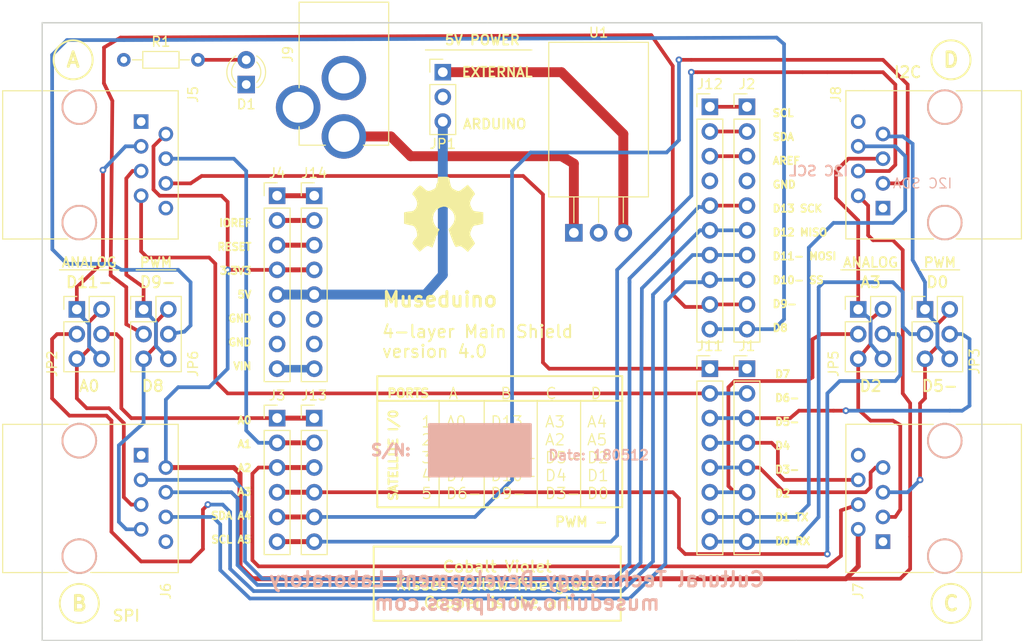
<source format=kicad_pcb>
(kicad_pcb (version 20211014) (generator pcbnew)
  (title_block (title "Museduioon v3.1 _I2C") (date "2018-01-02") (rev "Rev 1.0") (company "Cultural Technology Development Lab") (comment 1 "Design/.Layout - S. Cohen") (comment 2 "Move I2C data and clock to (C)"))
  (layers (0 "F.Cu" signal) (1 "In1.Cu" power) (2 "In2.Cu" power) (31 "B.Cu" signal) (34 "B.Paste" user) (35 "F.Paste" user) (36 "B.SilkS" user "B.Silkscreen") (37 "F.SilkS" user "F.Silkscreen") (38 "B.Mask" user) (39 "F.Mask" user) (44 "Edge.Cuts" user))
  (net 0 "")
  (net 1 "GND")
  (net 2 "Net-(D1-Pad2)")
  (net 3 "+5V-ARD")
  (net 4 "+3V3")
  (net 5 "Net-(J9-Pad1)")
  (net 6 "Net-(J9-Pad3)")
  (net 7 "+5V")
  (net 8 "+5V_REG")
  (net 9 "D7")
  (net 10 "D6")
  (net 11 "D5")
  (net 12 "D4")
  (net 13 "D3")
  (net 14 "D2")
  (net 15 "D1")
  (net 16 "D0")
  (net 17 "AREF")
  (net 18 "D13")
  (net 19 "D12")
  (net 20 "D11")
  (net 21 "D10")
  (net 22 "D9")
  (net 23 "D8")
  (net 24 "A0")
  (net 25 "A1")
  (net 26 "A2")
  (net 27 "A3")
  (net 28 "J4-1")
  (net 29 "IO-REF")
  (net 30 "RST")
  (net 31 "J5-5")
  (net 32 "J6-7")
  (net 33 "Vin")
  (net 34 "J8-5")
  (net 35 "J2-1")
  (net 36 "J2-2")
  (net 37 "A4_SDA")
  (net 38 "A5_SCL")
  (net 39 "J5-3")
  (net 40 "J6-5")
  (net 41 "J7-3")
  (net 42 "J7-5")
  (net 43 "J8-7")
  (footprint "Pin_Headers:Pin_Header_Straight_1x08_Pitch2.54mm" (layer "F.Cu") (at 97.79 60.96)
    (fp_text reference "J1")
    (fp_text value "CONN_01X08" hide)
  )
  (footprint "Pin_Headers:Pin_Header_Straight_1x10_Pitch2.54mm" (layer "F.Cu") (at 97.79 34.036)
    (fp_text reference "J2")
    (fp_text value "CONN_01X10" hide)
  )
  (footprint "Pin_Headers:Pin_Header_Straight_1x06_Pitch2.54mm" (layer "F.Cu") (at 49.53 66.04)
    (fp_text reference "J3")
    (fp_text value "CONN_01X06" hide)
  )
  (footprint "Pin_Headers:Pin_Header_Straight_1x08_Pitch2.54mm" (layer "F.Cu") (at 49.53 43.18)
    (fp_text reference "J4")
    (fp_text value "CONN_01X08" hide)
  )
  (footprint "Connect:RJ45_8" (layer "F.Cu") (at 35.56 35.56 -90)
    (fp_text reference "J5")
    (fp_text value "CONN_01X08")
  )
  (footprint "Connect:RJ45_8" (layer "F.Cu") (at 111.76 44.45 90)
    (fp_text reference "J8")
    (fp_text value "CONN_01X08")
  )
  (footprint "Connectors:RJ45_8" (layer "F.Cu") (at 111.76 78.74 90)
    (fp_text reference "J7")
    (fp_text value "CONN_01X08")
  )
  (footprint "Connect:RJ45_8" (layer "F.Cu") (at 35.56 69.85 -90)
    (fp_text reference "J6")
    (fp_text value "CONN_01X08")
  )
  (footprint "LEDs:LED_D3.0mm" (layer "F.Cu") (at 46.355 31.75 90)
    (fp_text reference "D1")
    (fp_text value "LED")
  )
  (footprint "KiCAD_Muse:BARREL_JACK_RND" (layer "F.Cu") (at 56.388 37.084 -90)
    (fp_text reference "J9")
    (fp_text value "BARREL_JACK")
  )
  (footprint "Resistors_THT:R_Axial_DIN0204_L3.6mm_D1.6mm_P7.62mm_Horizontal" (layer "F.Cu") (at 33.782 29.21)
    (fp_text reference "R1")
    (fp_text value "470")
  )
  (footprint "TO_SOT_Packages_THT:TO-220_Horizontal" (layer "F.Cu") (at 80.01 46.99)
    (fp_text reference "U1")
    (fp_text value "LM7805CT")
  )
  (footprint "Pin_Headers:Pin_Header_Straight_1x03_Pitch2.54mm" (layer "F.Cu") (at 66.548 30.48)
    (fp_text reference "JP1")
    (fp_text value "CONN_01X03")
  )
  (footprint "Pin_Headers:Pin_Header_Straight_2x03_Pitch2.54mm" (layer "F.Cu") (at 109.22 54.864)
    (fp_text reference "JP5")
    (fp_text value "CONN_02X03")
  )
  (footprint "Pin_Headers:Pin_Header_Straight_2x03_Pitch2.54mm" (layer "F.Cu") (at 35.814 54.864)
    (fp_text reference "JP6")
    (fp_text value "CONN_02X03")
  )
  (footprint "Pin_Headers:Pin_Header_Straight_1x08_Pitch2.54mm" (layer "F.Cu") (at 93.98 60.96)
    (fp_text reference "J11")
    (fp_text value "CONN_01X08" hide)
  )
  (footprint "Pin_Headers:Pin_Header_Straight_1x10_Pitch2.54mm" (layer "F.Cu") (at 93.98 34.036)
    (fp_text reference "J12")
    (fp_text value "CONN_01X10" hide)
  )
  (footprint "Pin_Headers:Pin_Header_Straight_1x06_Pitch2.54mm" (layer "F.Cu") (at 53.34 66.04)
    (fp_text reference "J13")
    (fp_text value "CONN_01X06" hide)
  )
  (footprint "Pin_Headers:Pin_Header_Straight_1x08_Pitch2.54mm" (layer "F.Cu") (at 53.34 43.18)
    (fp_text reference "J14")
    (fp_text value "CONN_01X08" hide)
  )
  (footprint "KiCAD_Muse:open_hdwe_rev" (layer "F.Cu") (at 66.548 44.958)
    (fp_text reference "G***" hide)
    (fp_text value "LOGO" hide)
  )
  (footprint "Pin_Headers:Pin_Header_Straight_2x03_Pitch2.54mm" (layer "F.Cu") (at 28.956 54.864)
    (fp_text reference "JP2")
    (fp_text value "CONN_02X03")
  )
  (footprint "Pin_Headers:Pin_Header_Straight_2x03_Pitch2.54mm" (layer "F.Cu") (at 116.078 54.864)
    (fp_text reference "JP3")
    (fp_text value "CONN_02X03")
  )
  (gr_circle (center 118.745 85.09) (end 116.84 85.725) (layer "F.SilkS") (width 0.2) (fill none))
  (gr_circle (center 28.575 29.21) (end 26.67 29.845) (layer "F.SilkS") (width 0.2) (fill none))
  (gr_circle (center 29.21 85.09) (end 27.305 85.725) (layer "F.SilkS") (width 0.2) (fill none))
  (gr_circle (center 118.745 29.21) (end 116.84 29.845) (layer "F.SilkS") (width 0.2) (fill none))
  (gr_line (start 59.902 64.262) (end 84.978 64.262) (layer "F.SilkS") (width 0.2))
  (gr_line (start 66.167 64.404) (end 66.167 75.184) (layer "F.SilkS") (width 0.127))
  (gr_line (start 70.802 64.404) (end 70.802 75.184) (layer "F.SilkS") (width 0.127))
  (gr_line (start 76.248 64.404) (end 76.248 75.184) (layer "F.SilkS") (width 0.127))
  (gr_line (start 80.702 64.404) (end 80.702 75.184) (layer "F.SilkS") (width 0.127))
  (gr_line (start 59.902 75.204) (end 84.978 75.204) (layer "F.SilkS") (width 0.2))
  (gr_line (start 59.902 61.722) (end 84.978 61.722) (layer "F.SilkS") (width 0.2))
  (gr_line (start 59.817 61.722) (end 59.817 75.184) (layer "F.SilkS") (width 0.2))
  (gr_line (start 84.978 61.722) (end 84.978 75.184) (layer "F.SilkS") (width 0.2))
  (gr_line (start 59.451 79.236) (end 59.451 86.856) (layer "F.SilkS") (width 0.2))
  (gr_line (start 59.436 86.868) (end 84.836 86.868) (layer "F.SilkS") (width 0.2))
  (gr_line (start 84.826 79.236) (end 84.826 86.856) (layer "F.SilkS") (width 0.2))
  (gr_line (start 35.052 50.8) (end 39.116 50.8) (layer "F.SilkS") (width 0.127))
  (gr_line (start 33.274 50.8) (end 27.178 50.8) (layer "F.SilkS") (width 0.127))
  (gr_line (start 113.538 50.8) (end 107.442 50.8) (layer "F.SilkS") (width 0.127))
  (gr_line (start 59.436 79.248) (end 84.836 79.248) (layer "F.SilkS") (width 0.2))
  (gr_line (start 115.57 50.8) (end 119.634 50.8) (layer "F.SilkS") (width 0.127))
  (gr_line (start 64.77 28.194) (end 75.692 28.194) (layer "F.SilkS") (width 0.127))
  (gr_line (start 25.4 25.4) (end 25.4 87.63) (layer "Edge.Cuts") (width 0.15))
  (gr_line (start 121.92 25.4) (end 121.92 88.9) (layer "Edge.Cuts") (width 0.15))
  (gr_line (start 25.4 88.9) (end 102.87 88.9) (layer "Edge.Cuts") (width 0.15))
  (gr_line (start 25.4 87.63) (end 25.4 88.9) (layer "Edge.Cuts") (width 0.15))
  (gr_line (start 71.12 25.4) (end 25.4 25.4) (layer "Edge.Cuts") (width 0.15))
  (gr_line (start 71.12 25.4) (end 121.92 25.4) (layer "Edge.Cuts") (width 0.15))
  (gr_line (start 121.92 88.9) (end 102.87 88.9) (layer "Edge.Cuts") (width 0.15))
  (gr_text "I2C SCL" (at 105.156 40.64) (layer "B.SilkS") (effects (font (size 1.016 1.016) (thickness 0.2032)) (justify mirror)))
  (gr_text "I2C SDA" (at 115.824 41.91) (layer "B.SilkS") (effects (font (size 1.016 1.016) (thickness 0.127)) (justify mirror)))
  (gr_text "Cultural Technology Development Laboratory\nmuseduino.wordpress.com" (at 74.168 83.82) (layer "B.SilkS") (effects (font (size 1.5 1.5) (thickness 0.3)) (justify mirror)))
  (gr_text "S/N:" (at 61.214 69.342) (layer "B.SilkS") (effects (font (size 1.143 1.143) (thickness 0.28575))))
  (gr_text "Date: 180512" (at 82.55 69.85) (layer "B.SilkS") (effects (font (size 1 1) (thickness 0.2))))
  (gr_text "C" (at 118.745 85.09) (layer "F.SilkS") (effects (font (size 1.5 1.5) (thickness 0.3))))
  (gr_text "A" (at 28.575 29.21) (layer "F.SilkS") (effects (font (size 1.5 1.5) (thickness 0.3))))
  (gr_text "1\n2\n3\n4\n5" (at 64.262 70.104) (layer "F.SilkS") (effects (font (size 1.143 1.143) (thickness 0.127)) (justify left)))
  (gr_text "B" (at 29.21 85.09) (layer "F.SilkS") (effects (font (size 1.5 1.5) (thickness 0.3))))
  (gr_text "PWM" (at 117.602 50.038) (layer "F.SilkS") (effects (font (size 1 1) (thickness 0.1905))))
  (gr_text "ANALOG" (at 110.49 50.038) (layer "F.SilkS") (effects (font (size 1 1) (thickness 0.1905))))
  (gr_text "A4\nA5\nD2\nD1\nD0" (at 81.28 70.104) (layer "F.SilkS") (effects (font (size 1.143 1.143) (thickness 0.127)) (justify left)))
  (gr_text "SPI" (at 34.036 86.36) (layer "F.SilkS") (effects (font (size 1.143 1.143) (thickness 0.2032))))
  (gr_text "Cobalt Violet\nKisses yellow fiberglass\nCopper is the art\n\n" (at 72.136 84.074) (layer "F.SilkS") (effects (font (size 1.143 1.143) (thickness 0.2032))))
  (gr_text "A3\nA2\nD5-\nD4\nD3-" (at 76.962 70.104) (layer "F.SilkS") (effects (font (size 1.143 1.143) (thickness 0.127)) (justify left)))
  (gr_text "D" (at 118.745 29.21) (layer "F.SilkS") (effects (font (size 1.5 1.5) (thickness 0.3))))
  (gr_text "D0" (at 117.348 52.07) (layer "F.SilkS") (effects (font (size 1.143 1.143) (thickness 0.2032))))
  (gr_text "D7\n\nD6-\n\nD5-\n\nD4\n\nD3-\n\nD2 \n\nD1 TX\n\nD0 RX" (at 100.584 70.104) (layer "F.SilkS") (effects (font (size 0.762 0.762) (thickness 0.1905)) (justify left)))
  (gr_text "A0" (at 30.226 62.738) (layer "F.SilkS") (effects (font (size 1.143 1.143) (thickness 0.2032))))
  (gr_text "ARDUINO" (at 71.882 35.814) (layer "F.SilkS") (effects (font (size 1 1) (thickness 0.2032))))
  (gr_text "A3" (at 110.49 52.07) (layer "F.SilkS") (effects (font (size 1.143 1.143) (thickness 0.2032))))
  (gr_text "A0\n\nA1\n\nA2\n\nA3\n\nSDA A4\n\nSCL A5" (at 46.99 72.39) (layer "F.SilkS") (effects (font (size 0.762 0.762) (thickness 0.1905)) (justify right)))
  (gr_text "D2" (at 110.49 62.738) (layer "F.SilkS") (effects (font (size 1.143 1.143) (thickness 0.2032))))
  (gr_text "A0 \nA1\nD8\nD7\nD6-" (at 66.802 70.104) (layer "F.SilkS") (effects (font (size 1.143 1.143) (thickness 0.127)) (justify left)))
  (gr_text "D5-" (at 117.602 62.738) (layer "F.SilkS") (effects (font (size 1.143 1.143) (thickness 0.2032))))
  (gr_text "PWM -" (at 80.772 76.708) (layer "F.SilkS") (effects (font (size 1.016 1.016) (thickness 0.2032))))
  (gr_text "PORTS" (at 62.992 63.484) (layer "F.SilkS") (effects (font (size 0.889 0.889) (thickness 0.22225))))
  (gr_text "IOREF\n\nRESET\n\n3.3V3\n\n5V\n\nGND\n\nGND\n\nVIN" (at 46.99 53.34) (layer "F.SilkS") (effects (font (size 0.762 0.762) (thickness 0.1905)) (justify right)))
  (gr_text "D11-" (at 30.226 52.07) (layer "F.SilkS") (effects (font (size 1.143 1.143) (thickness 0.2032))))
  (gr_text "SCL\n\nSDA\n\nAREF\n\nGND\n\nD13 SCK\n\nD12 MISO\n\nD11- MOSI\n\nD10- SS\n\nD9-\n\nD8" (at 100.33 45.72) (layer "F.SilkS") (effects (font (size 0.762 0.762) (thickness 0.1905)) (justify left)))
  (gr_text "A     B    C    D" (at 67.056 63.5) (layer "F.SilkS") (effects (font (size 1.143 1.143) (thickness 0.127)) (justify left)))
  (gr_text "EXTERNAL" (at 72.136 30.48) (layer "F.SilkS") (effects (font (size 1 1) (thickness 0.2032))))
  (gr_text "5V POWER" (at 70.612 27.178) (layer "F.SilkS") (effects (font (size 1 1) (thickness 0.2))))
  (gr_text " D9-\n" (at 36.83 52.07) (layer "F.SilkS") (effects (font (size 1.143 1.143) (thickness 0.2032))))
  (gr_text " D8\n" (at 36.322 62.738) (layer "F.SilkS") (effects (font (size 1.143 1.143) (thickness 0.2032))))
  (gr_text "PWM" (at 37.084 50.038) (layer "F.SilkS") (effects (font (size 1 1) (thickness 0.1905))))
  (gr_text "I2C" (at 114.3 30.48) (layer "F.SilkS") (effects (font (size 1.143 1.143) (thickness 0.2032))))
  (gr_text "Museduino" (at 60.198 53.848) (layer "F.SilkS") (effects (font (size 1.5 1.5) (thickness 0.3)) (justify left)))
  (gr_text "4-layer Main Shield\nversion 4.0\n" (at 60.198 58.166) (layer "F.SilkS") (effects (font (size 1.27 1.27) (thickness 0.2032)) (justify left)))
  (gr_text "D13 \nD12\nD11-\nD10-\nD9-" (at 71.374 70.104) (layer "F.SilkS") (effects (font (size 1.143 1.143) (thickness 0.127)) (justify left)))
  (gr_text "ANALOG" (at 30.226 50.038) (layer "F.SilkS") (effects (font (size 1 1) (thickness 0.1905))))
  (gr_text "SATELLITE I/0" (at 61.468 69.85 90) (layer "F.SilkS") (effects (font (size 0.889 0.889) (thickness 0.22225))))
  (segment (start 41.402 29.21) (end 46.355 29.21) (width 0.381) (layer "F.Cu") (net 2))
  (segment (start 64.77 53.34) (end 66.548 51.308) (width 1.016) (layer "B.Cu") (net 3))
  (segment (start 66.548 51.308) (end 66.548 35.814) (width 1.016) (layer "B.Cu") (net 3))
  (segment (start 53.34 53.34) (end 64.77 53.34) (width 1.016) (layer "B.Cu") (net 3))
  (segment (start 49.53 53.34) (end 53.34 53.34) (width 1.016) (layer "B.Cu") (net 3))
  (segment (start 114.554 64.516) (end 114.554 78.232) (width 0.381) (layer "F.Cu") (net 4))
  (segment (start 114.554 81.534) (end 113.538 82.55) (width 0.381) (layer "F.Cu") (net 4))
  (segment (start 107.95 82.55) (end 113.538 82.55) (width 0.381) (layer "F.Cu") (net 4))
  (segment (start 46.99 82.55) (end 45.72 81.28) (width 0.508) (layer "F.Cu") (net 4))
  (segment (start 45.72 81.28) (end 45.72 71.755) (width 0.508) (layer "F.Cu") (net 4))
  (segment (start 45.72 71.755) (end 45.085 71.12) (width 0.508) (layer "F.Cu") (net 4))
  (segment (start 45.085 71.12) (end 38.1 71.12) (width 0.508) (layer "F.Cu") (net 4))
  (segment (start 114.554 78.232) (end 114.554 81.534) (width 0.381) (layer "F.Cu") (net 4))
  (segment (start 113.792 63.5) (end 113.792 48.768) (width 0.381) (layer "F.Cu") (net 4))
  (segment (start 44.45 43.815) (end 43.815 43.18) (width 0.381) (layer "F.Cu") (net 4))
  (segment (start 43.815 43.18) (end 37.465 43.18) (width 0.381) (layer "F.Cu") (net 4))
  (segment (start 37.465 43.18) (end 36.83 42.545) (width 0.381) (layer "F.Cu") (net 4))
  (segment (start 36.83 42.545) (end 36.83 38.1) (width 0.381) (layer "F.Cu") (net 4))
  (segment (start 36.83 38.1) (end 38.1 36.83) (width 0.381) (layer "F.Cu") (net 4))
  (segment (start 109.22 81.28) (end 107.95 82.55) (width 0.508) (layer "F.Cu") (net 4))
  (segment (start 107.95 82.55) (end 46.99 82.55) (width 0.508) (layer "F.Cu") (net 4))
  (segment (start 112.776 47.752) (end 110.744 47.752) (width 0.381) (layer "F.Cu") (net 4))
  (segment (start 110.744 47.752) (end 110.236 47.244) (width 0.381) (layer "F.Cu") (net 4))
  (segment (start 110.236 47.244) (end 110.236 44.196) (width 0.381) (layer "F.Cu") (net 4))
  (segment (start 110.236 44.196) (end 109.22 43.18) (width 0.381) (layer "F.Cu") (net 4))
  (segment (start 49.53 50.8) (end 44.45 50.8) (width 0.381) (layer "F.Cu") (net 4))
  (segment (start 53.34 50.8) (end 49.53 50.8) (width 0.508) (layer "F.Cu") (net 4))
  (segment (start 44.45 50.8) (end 44.45 43.815) (width 0.381) (layer "F.Cu") (net 4))
  (segment (start 114.554 64.516) (end 113.792 63.5) (width 0.381) (layer "F.Cu") (net 4))
  (segment (start 109.22 77.47) (end 109.22 81.28) (width 0.508) (layer "F.Cu") (net 4))
  (segment (start 113.792 48.768) (end 112.776 47.752) (width 0.381) (layer "F.Cu") (net 4))
  (via (at 44.45 50.8) (size 0.6858) (drill 0.3302) (layers "F.Cu" "B.Cu") (net 4))
  (segment (start 44.45 50.8) (end 44.45 60.96) (width 0.381) (layer "B.Cu") (net 4))
  (segment (start 39.37 62.865) (end 38.1 64.135) (width 0.381) (layer "B.Cu") (net 4))
  (segment (start 38.1 64.135) (end 38.1 71.12) (width 0.381) (layer "B.Cu") (net 4))
  (segment (start 44.45 60.96) (end 42.545 62.865) (width 0.381) (layer "B.Cu") (net 4))
  (segment (start 42.545 62.865) (end 39.37 62.865) (width 0.381) (layer "B.Cu") (net 4))
  (segment (start 61.214 37.084) (end 63.246 39.116) (width 1.016) (layer "F.Cu") (net 5))
  (segment (start 63.246 39.116) (end 78.74 39.116) (width 1.016) (layer "F.Cu") (net 5))
  (segment (start 78.74 39.116) (end 80.01 39.878) (width 1.016) (layer "F.Cu") (net 5))
  (segment (start 80.01 39.878) (end 80.01 46.99) (width 1.016) (layer "F.Cu") (net 5))
  (segment (start 56.388 37.084) (end 61.214 37.084) (width 1.016) (layer "F.Cu") (net 5))
  (segment (start 78.74 30.48) (end 85.09 36.83) (width 1.016) (layer "F.Cu") (net 8))
  (segment (start 85.09 36.83) (end 85.09 46.99) (width 1.016) (layer "F.Cu") (net 8))
  (segment (start 66.548 30.48) (end 78.74 30.48) (width 1.016) (layer "F.Cu") (net 8))
  (segment (start 40.64 41.91) (end 41.783 41.148) (width 0.381) (layer "F.Cu") (net 9))
  (segment (start 41.783 41.148) (end 74.803 41.148) (width 0.381) (layer "F.Cu") (net 9))
  (segment (start 74.803 41.148) (end 76.835 43.053) (width 0.381) (layer "F.Cu") (net 9))
  (segment (start 76.835 43.053) (end 76.835 60.325) (width 0.381) (layer "F.Cu") (net 9))
  (segment (start 77.47 60.96) (end 93.98 60.96) (width 0.381) (layer "F.Cu") (net 9))
  (segment (start 76.835 60.325) (end 77.47 60.96) (width 0.381) (layer "F.Cu") (net 9))
  (segment (start 38.1 41.91) (end 40.64 41.91) (width 0.381) (layer "F.Cu") (net 9))
  (segment (start 93.98 60.96) (end 97.79 60.96) (width 0.381) (layer "F.Cu") (net 9))
  (segment (start 35.56 48.895) (end 36.195 49.53) (width 0.381) (layer "F.Cu") (net 10))
  (segment (start 36.195 49.53) (end 42.545 49.53) (width 0.381) (layer "F.Cu") (net 10))
  (segment (start 42.545 49.53) (end 43.18 50.165) (width 0.381) (layer "F.Cu") (net 10))
  (segment (start 43.18 50.165) (end 43.18 62.23) (width 0.381) (layer "F.Cu") (net 10))
  (segment (start 43.18 62.23) (end 44.45 63.5) (width 0.381) (layer "F.Cu") (net 10))
  (segment (start 44.45 63.5) (end 93.98 63.5) (width 0.381) (layer "F.Cu") (net 10))
  (segment (start 35.56 43.18) (end 35.56 48.895) (width 0.381) (layer "F.Cu") (net 10))
  (segment (start 93.98 63.5) (end 97.79 63.5) (width 0.381) (layer "B.Cu") (net 10))
  (segment (start 102.235 66.04) (end 103.124 65.278) (width 0.381) (layer "F.Cu") (net 11))
  (segment (start 103.124 65.278) (end 106.68 65.278) (width 0.381) (layer "F.Cu") (net 11))
  (segment (start 106.68 65.278) (end 107.95 65.278) (width 0.381) (layer "F.Cu") (net 11))
  (segment (start 97.79 66.04) (end 102.235 66.04) (width 0.381) (layer "F.Cu") (net 11))
  (via (at 107.95 65.278) (size 0.6858) (drill 0.3302) (layers "F.Cu" "B.Cu") (net 11))
  (segment (start 107.95 65.278) (end 118.618 65.278) (width 0.381) (layer "B.Cu") (net 11))
  (segment (start 118.618 65.278) (end 119.888 65.278) (width 0.381) (layer "B.Cu") (net 11))
  (segment (start 119.888 65.278) (end 120.65 64.77) (width 0.381) (layer "B.Cu") (net 11))
  (segment (start 120.65 64.77) (end 120.65 57.912) (width 0.381) (layer "B.Cu") (net 11))
  (segment (start 120.65 57.912) (end 119.888 57.404) (width 0.381) (layer "B.Cu") (net 11))
  (segment (start 119.888 57.404) (end 118.618 57.404) (width 0.381) (layer "B.Cu") (net 11))
  (segment (start 93.98 66.04) (end 97.79 66.04) (width 0.381) (layer "B.Cu") (net 11))
  (segment (start 100.33 68.58) (end 100.965 69.215) (width 0.381) (layer "F.Cu") (net 12))
  (segment (start 100.965 69.215) (end 100.965 71.755) (width 0.381) (layer "F.Cu") (net 12))
  (segment (start 100.965 71.755) (end 101.6 72.39) (width 0.381) (layer "F.Cu") (net 12))
  (segment (start 101.6 72.39) (end 109.22 72.39) (width 0.381) (layer "F.Cu") (net 12))
  (segment (start 97.79 68.58) (end 100.33 68.58) (width 0.381) (layer "F.Cu") (net 12))
  (segment (start 93.98 68.58) (end 97.79 68.58) (width 0.381) (layer "B.Cu") (net 12))
  (segment (start 99.06 71.12) (end 99.06 71.12) (width 0.381) (layer "F.Cu") (net 13))
  (segment (start 99.06 71.12) (end 101.6 73.66) (width 0.381) (layer "F.Cu") (net 13))
  (segment (start 101.6 73.66) (end 107.95 73.66) (width 0.381) (layer "F.Cu") (net 13))
  (segment (start 109.982 73.66) (end 110.49 73.152) (width 0.381) (layer "F.Cu") (net 13))
  (segment (start 110.49 73.152) (end 110.49 72.39) (width 0.381) (layer "F.Cu") (net 13))
  (segment (start 110.49 72.39) (end 110.49 71.628) (width 0.381) (layer "F.Cu") (net 13))
  (segment (start 110.49 71.628) (end 110.998 71.12) (width 0.381) (layer "F.Cu") (net 13))
  (segment (start 110.998 71.12) (end 111.76 71.12) (width 0.381) (layer "F.Cu") (net 13))
  (segment (start 107.95 73.66) (end 109.982 73.66) (width 0.381) (layer "F.Cu") (net 13))
  (segment (start 97.79 71.12) (end 99.06 71.12) (width 0.381) (layer "F.Cu") (net 13))
  (segment (start 93.98 71.12) (end 97.79 71.12) (width 0.381) (layer "B.Cu") (net 13))
  (segment (start 95.885 70.485) (end 95.885 62.865) (width 0.381) (layer "F.Cu") (net 14))
  (segment (start 95.885 62.865) (end 96.52 62.23) (width 0.381) (layer "F.Cu") (net 14))
  (segment (start 96.52 62.23) (end 103.886 62.23) (width 0.381) (layer "F.Cu") (net 14))
  (segment (start 103.886 62.23) (end 104.521 61.849) (width 0.381) (layer "F.Cu") (net 14))
  (segment (start 104.521 61.849) (end 104.521 57.9374) (width 0.381) (layer "F.Cu") (net 14))
  (segment (start 104.521 57.9374) (end 105.41 57.404) (width 0.381) (layer "F.Cu") (net 14))
  (segment (start 109.22 57.404) (end 105.41 57.404) (width 0.381) (layer "F.Cu") (net 14))
  (segment (start 96.52 73.66) (end 97.79 73.66) (width 0.1524) (layer "F.Cu") (net 14))
  (segment (start 95.885 73.025) (end 96.52 73.66) (width 0.381) (layer "F.Cu") (net 14))
  (segment (start 96.52 73.66) (end 97.79 73.66) (width 0.381) (layer "F.Cu") (net 14))
  (segment (start 95.885 70.485) (end 95.885 73.025) (width 0.381) (layer "F.Cu") (net 14))
  (segment (start 93.98 73.66) (end 97.79 73.66) (width 0.381) (layer "B.Cu") (net 14))
  (segment (start 97.79 76.2) (end 93.98 76.2) (width 0.381) (layer "B.Cu") (net 15))
  (segment (start 104.14 72.39) (end 104.14 48.514) (width 0.381) (layer "B.Cu") (net 15))
  (segment (start 106.68 45.974) (end 112.776 45.974) (width 0.381) (layer "B.Cu") (net 15))
  (segment (start 112.776 45.974) (end 114.046 44.704) (width 0.381) (layer "B.Cu") (net 15))
  (segment (start 114.046 44.704) (end 114.046 39.116) (width 0.381) (layer "B.Cu") (net 15))
  (segment (start 114.046 39.116) (end 113.03 38.1) (width 0.381) (layer "B.Cu") (net 15))
  (segment (start 113.03 38.1) (end 109.22 38.1) (width 0.381) (layer "B.Cu") (net 15))
  (segment (start 102.87 76.2) (end 104.14 74.93) (width 0.381) (layer "B.Cu") (net 15))
  (segment (start 104.14 74.93) (end 104.14 72.39) (width 0.381) (layer "B.Cu") (net 15))
  (segment (start 104.14 48.514) (end 106.68 45.974) (width 0.381) (layer "B.Cu") (net 15))
  (segment (start 97.79 76.2) (end 102.87 76.2) (width 0.381) (layer "B.Cu") (net 15))
  (segment (start 93.98 78.74) (end 97.79 78.74) (width 0.381) (layer "B.Cu") (net 16))
  (segment (start 105.156 72.39) (end 105.156 72.136) (width 0.381) (layer "B.Cu") (net 16))
  (segment (start 105.156 72.136) (end 105.156 52.832) (width 0.381) (layer "B.Cu") (net 16))
  (segment (start 105.156 76.207017) (end 105.092851 76.270166) (width 0.381) (layer "B.Cu") (net 16))
  (segment (start 105.156 52.578) (end 105.664 52.07) (width 0.381) (layer "B.Cu") (net 16))
  (segment (start 105.664 52.07) (end 112.776 52.07) (width 0.381) (layer "B.Cu") (net 16))
  (segment (start 113.792 56.642) (end 114.554 57.404) (width 0.381) (layer "B.Cu") (net 16))
  (segment (start 116.078 57.404) (end 114.554 57.404) (width 0.381) (layer "B.Cu") (net 16))
  (segment (start 112.776 52.07) (end 112.903 52.197) (width 0.381) (layer "B.Cu") (net 16))
  (segment (start 105.156 72.39) (end 105.156 76.207017) (width 0.381) (layer "B.Cu") (net 16))
  (segment (start 113.792 53.086) (end 112.776 52.07) (width 0.381) (layer "B.Cu") (net 16))
  (segment (start 116.078 57.404) (end 115.316 57.404) (width 0.381) (layer "B.Cu") (net 16))
  (segment (start 97.79 78.74) (end 102.87 78.74) (width 0.381) (layer "B.Cu") (net 16))
  (segment (start 105.156 52.832) (end 105.156 52.578) (width 0.381) (layer "B.Cu") (net 16))
  (segment (start 113.792 53.086) (end 113.792 56.642) (width 0.381) (layer "B.Cu") (net 16))
  (segment (start 102.87 78.74) (end 105.092851 76.270166) (width 0.381) (layer "B.Cu") (net 16))
  (segment (start 93.98 39.116) (end 97.79 39.116) (width 0.381) (layer "F.Cu") (net 17))
  (segment (start 97.79 44.196) (end 93.98 44.196) (width 0.381) (layer "F.Cu") (net 18))
  (segment (start 97.79 44.196) (end 98.044 44.45) (width 0.381) (layer "F.Cu") (net 18))
  (segment (start 45.085 72.39) (end 46.228 73.66) (width 0.381) (layer "B.Cu") (net 18))
  (segment (start 46.228 73.66) (end 46.228 80.772) (width 0.381) (layer "B.Cu") (net 18))
  (segment (start 46.228 80.772) (end 48.006 82.55) (width 0.381) (layer "B.Cu") (net 18))
  (segment (start 48.006 82.55) (end 84.074 82.55) (width 0.381) (layer "B.Cu") (net 18))
  (segment (start 84.074 82.55) (end 85.725 81.026) (width 0.381) (layer "B.Cu") (net 18))
  (segment (start 85.725 81.026) (end 85.725 52.07) (width 0.381) (layer "B.Cu") (net 18))
  (segment (start 93.726 44.45) (end 93.98 44.196) (width 0.381) (layer "B.Cu") (net 18))
  (segment (start 88.265 49.149) (end 92.837 44.323) (width 0.381) (layer "B.Cu") (net 18))
  (segment (start 92.837 44.323) (end 93.726 44.45) (width 0.381) (layer "B.Cu") (net 18))
  (segment (start 85.725 51.689) (end 88.265 49.149) (width 0.381) (layer "B.Cu") (net 18))
  (segment (start 35.56 72.39) (end 45.085 72.39) (width 0.381) (layer "B.Cu") (net 18))
  (segment (start 85.725 52.07) (end 85.725 51.689) (width 0.381) (layer "B.Cu") (net 18))
  (segment (start 97.79 46.736) (end 93.98 46.736) (width 0.381) (layer "B.Cu") (net 19))
  (segment (start 43.815 73.66) (end 44.45 73.66) (width 0.381) (layer "B.Cu") (net 19))
  (segment (start 44.45 73.66) (end 44.831 73.66) (width 0.381) (layer "B.Cu") (net 19))
  (segment (start 44.831 73.66) (end 45.466 74.295) (width 0.381) (layer "B.Cu") (net 19))
  (segment (start 45.466 74.295) (end 45.466 81.153) (width 0.381) (layer "B.Cu") (net 19))
  (segment (start 45.466 81.153) (end 47.498 83.185) (width 0.381) (layer "B.Cu") (net 19))
  (segment (start 47.498 83.185) (end 84.455 83.185) (width 0.381) (layer "B.Cu") (net 19))
  (segment (start 84.455 83.185) (end 86.868 80.899) (width 0.381) (layer "B.Cu") (net 19))
  (segment (start 86.868 80.899) (end 86.995 52.705) (width 0.381) (layer "B.Cu") (net 19))
  (segment (start 86.995 52.705) (end 89.535 50.165) (width 0.381) (layer "B.Cu") (net 19))
  (segment (start 92.964 46.736) (end 93.98 46.736) (width 0.381) (layer "B.Cu") (net 19))
  (segment (start 89.535 50.165) (end 92.964 46.736) (width 0.381) (layer "B.Cu") (net 19))
  (segment (start 38.1 73.66) (end 43.815 73.66) (width 0.381) (layer "B.Cu") (net 19))
  (segment (start 26.924 57.404) (end 26.416 57.912) (width 0.381) (layer "F.Cu") (net 20))
  (segment (start 26.416 57.912) (end 26.416 64.008) (width 0.381) (layer "F.Cu") (net 20))
  (segment (start 26.416 64.008) (end 28.194 65.786) (width 0.381) (layer "F.Cu") (net 20))
  (segment (start 28.194 65.786) (end 32.004 65.786) (width 0.381) (layer "F.Cu") (net 20))
  (segment (start 32.004 65.786) (end 32.512 66.294) (width 0.381) (layer "F.Cu") (net 20))
  (segment (start 32.512 77.724) (end 35.56 80.772) (width 0.381) (layer "F.Cu") (net 20))
  (segment (start 35.56 80.772) (end 40.64 80.772) (width 0.381) (layer "F.Cu") (net 20))
  (segment (start 40.64 80.772) (end 41.91 79.502) (width 0.381) (layer "F.Cu") (net 20))
  (segment (start 41.91 79.502) (end 41.91 75.438) (width 0.381) (layer "F.Cu") (net 20))
  (segment (start 32.512 66.294) (end 32.512 77.724) (width 0.381) (layer "F.Cu") (net 20))
  (segment (start 28.956 57.404) (end 26.924 57.404) (width 0.381) (layer "F.Cu") (net 20))
  (segment (start 41.91 75.438) (end 42.418 74.93) (width 0.381) (layer "F.Cu") (net 20))
  (via (at 42.418 74.93) (size 0.6858) (drill 0.3302) (layers "F.Cu" "B.Cu") (net 20))
  (segment (start 97.79 49.276) (end 94.615 49.276) (width 0.381) (layer "B.Cu") (net 20))
  (segment (start 43.942 74.93) (end 44.704 75.692) (width 0.381) (layer "B.Cu") (net 20))
  (segment (start 44.704 75.692) (end 44.704 81.534) (width 0.381) (layer "B.Cu") (net 20))
  (segment (start 44.704 81.534) (end 47.117 83.82) (width 0.381) (layer "B.Cu") (net 20))
  (segment (start 47.117 83.82) (end 84.963 83.82) (width 0.381) (layer "B.Cu") (net 20))
  (segment (start 84.963 83.82) (end 88.138 80.772) (width 0.381) (layer "B.Cu") (net 20))
  (segment (start 88.138 80.772) (end 88.138 53.594) (width 0.381) (layer "B.Cu") (net 20))
  (segment (start 88.138 53.34) (end 92.202 49.276) (width 0.381) (layer "B.Cu") (net 20))
  (segment (start 92.202 49.276) (end 93.98 49.276) (width 0.381) (layer "B.Cu") (net 20))
  (segment (start 42.418 74.93) (end 43.942 74.93) (width 0.381) (layer "B.Cu") (net 20))
  (segment (start 88.138 53.594) (end 88.138 53.34) (width 0.381) (layer "B.Cu") (net 20))
  (segment (start 42.926 76.2) (end 43.688 76.962) (width 0.381) (layer "B.Cu") (net 21))
  (segment (start 43.688 76.962) (end 43.688 81.661) (width 0.381) (layer "B.Cu") (net 21))
  (segment (start 43.688 81.661) (end 46.736 84.582) (width 0.381) (layer "B.Cu") (net 21))
  (segment (start 46.736 84.582) (end 85.725 84.582) (width 0.381) (layer "B.Cu") (net 21))
  (segment (start 85.725 84.582) (end 89.408 81.026) (width 0.381) (layer "B.Cu") (net 21))
  (segment (start 89.408 81.026) (end 89.408 54.102) (width 0.381) (layer "B.Cu") (net 21))
  (segment (start 89.408 54.102) (end 91.44 52.07) (width 0.381) (layer "B.Cu") (net 21))
  (segment (start 91.44 52.07) (end 93.726 52.07) (width 0.381) (layer "B.Cu") (net 21))
  (segment (start 93.726 52.07) (end 93.98 51.816) (width 0.381) (layer "B.Cu") (net 21))
  (segment (start 93.98 51.816) (end 97.79 51.816) (width 0.381) (layer "B.Cu") (net 21))
  (segment (start 38.1 76.2) (end 42.926 76.2) (width 0.381) (layer "B.Cu") (net 21))
  (segment (start 33.44661 26.922034) (end 87.961869 26.670811) (width 0.381) (layer "F.Cu") (net 22))
  (segment (start 87.961869 26.670811) (end 90.17 29.845) (width 0.381) (layer "F.Cu") (net 22))
  (segment (start 90.17 29.845) (end 90.17 53.34) (width 0.381) (layer "F.Cu") (net 22))
  (segment (start 90.17 53.34) (end 91.44 54.61) (width 0.381) (layer "F.Cu") (net 22))
  (segment (start 93.726 54.61) (end 91.44 54.61) (width 0.381) (layer "F.Cu") (net 22))
  (segment (start 93.726 54.61) (end 93.98 54.356) (width 0.381) (layer "F.Cu") (net 22))
  (segment (start 93.98 54.356) (end 97.79 54.356) (width 0.381) (layer "F.Cu") (net 22))
  (segment (start 31.74 31.62) (end 31.75 27.94) (width 0.381) (layer "F.Cu") (net 22))
  (segment (start 31.75 27.94) (end 33.44661 26.922034) (width 0.381) (layer "F.Cu") (net 22))
  (segment (start 32.526 51.413372) (end 32.43 51.35) (width 0.381) (layer "F.Cu") (net 22))
  (segment (start 34.036 52.578) (end 34.036 56.388) (width 0.381) (layer "F.Cu") (net 22))
  (segment (start 34.036 56.388) (end 34.036 56.388) (width 0.381) (layer "F.Cu") (net 22))
  (segment (start 34.036 56.388) (end 35.814 57.404) (width 0.381) (layer "F.Cu") (net 22))
  (segment (start 32.43 51.35) (end 34.036 52.578) (width 0.381) (layer "F.Cu") (net 22))
  (segment (start 32.43 51.35) (end 32.604 33.424) (width 0.381) (layer "F.Cu") (net 22))
  (segment (start 32.604 33.424) (end 31.74 31.62) (width 0.381) (layer "F.Cu") (net 22))
  (segment (start 40.005 57.15) (end 40.64 56.515) (width 0.381) (layer "B.Cu") (net 23))
  (segment (start 40.64 56.515) (end 40.64 52.07) (width 0.381) (layer "B.Cu") (net 23))
  (segment (start 40.64 52.07) (end 39.37 50.8) (width 0.381) (layer "B.Cu") (net 23))
  (segment (start 39.37 50.8) (end 33.528 50.8) (width 0.381) (layer "B.Cu") (net 23))
  (segment (start 33.528 50.8) (end 32.67 50.28) (width 0.381) (layer "B.Cu") (net 23))
  (segment (start 100.838 26.924) (end 101.6 27.587956) (width 0.381) (layer "B.Cu") (net 23))
  (segment (start 93.599 56.515) (end 93.98 56.896) (width 0.381) (layer "B.Cu") (net 23))
  (segment (start 93.98 56.896) (end 97.79 56.896) (width 0.381) (layer "B.Cu") (net 23))
  (segment (start 93.599 56.515) (end 93.98 56.896) (width 0.381) (layer "B.Cu") (net 23))
  (segment (start 101.6 27.587956) (end 101.6 55.88) (width 0.381) (layer "B.Cu") (net 23))
  (segment (start 101.6 55.88) (end 100.584 56.896) (width 0.381) (layer "B.Cu") (net 23))
  (segment (start 100.584 56.896) (end 97.79 56.896) (width 0.381) (layer "B.Cu") (net 23))
  (segment (start 100.838 26.924) (end 33.782 27.178) (width 0.381) (layer "B.Cu") (net 23))
  (segment (start 33.782 27.178) (end 27.94 27.178) (width 0.381) (layer "B.Cu") (net 23))
  (segment (start 27.94 27.178) (end 26.41716 28.70142) (width 0.381) (layer "B.Cu") (net 23))
  (segment (start 26.41716 28.70142) (end 26.44 48.69) (width 0.381) (layer "B.Cu") (net 23))
  (segment (start 26.44 48.69) (end 27.93 50.18) (width 0.381) (layer "B.Cu") (net 23))
  (segment (start 27.93 50.18) (end 32.67 50.18) (width 0.381) (layer "B.Cu") (net 23))
  (segment (start 32.67 50.28) (end 32.67 50.18) (width 0.381) (layer "B.Cu") (net 23))
  (segment (start 38.354 57.404) (end 40.005 57.15) (width 0.381) (layer "B.Cu") (net 23))
  (segment (start 33.02 57.404) (end 33.528 57.912) (width 0.381) (layer "F.Cu") (net 24))
  (segment (start 33.528 57.912) (end 33.528 65.024) (width 0.381) (layer "F.Cu") (net 24))
  (segment (start 33.528 65.024) (end 34.544 66.04) (width 0.381) (layer "F.Cu") (net 24))
  (segment (start 34.544 66.04) (end 49.53 66.04) (width 0.381) (layer "F.Cu") (net 24))
  (segment (start 49.53 66.04) (end 49.53 66.04) (width 0.381) (layer "F.Cu") (net 24))
  (segment (start 53.34 66.04) (end 49.53 66.04) (width 0.508) (layer "F.Cu") (net 24))
  (segment (start 31.496 57.404) (end 33.02 57.404) (width 0.381) (layer "F.Cu") (net 24))
  (segment (start 53.34 68.58) (end 49.53 68.58) (width 0.508) (layer "F.Cu") (net 25))
  (segment (start 45.085 39.37) (end 46.355 40.64) (width 0.381) (layer "B.Cu") (net 25))
  (segment (start 46.355 40.64) (end 46.355 67.31) (width 0.381) (layer "B.Cu") (net 25))
  (segment (start 46.355 67.31) (end 47.625 68.58) (width 0.381) (layer "B.Cu") (net 25))
  (segment (start 47.625 68.58) (end 49.53 68.58) (width 0.381) (layer "B.Cu") (net 25))
  (segment (start 38.1 39.37) (end 45.085 39.37) (width 0.381) (layer "B.Cu") (net 25))
  (segment (start 47.625 71.12) (end 46.99 71.755) (width 0.381) (layer "F.Cu") (net 26))
  (segment (start 46.99 71.755) (end 46.99 80.645) (width 0.381) (layer "F.Cu") (net 26))
  (segment (start 46.99 80.645) (end 47.625 81.28) (width 0.381) (layer "F.Cu") (net 26))
  (segment (start 47.625 81.28) (end 106.045 81.28) (width 0.381) (layer "F.Cu") (net 26))
  (segment (start 106.045 81.28) (end 106.045 81.28) (width 0.381) (layer "F.Cu") (net 26))
  (segment (start 109.22 74.93) (end 107.442 75.522667) (width 0.381) (layer "F.Cu") (net 26))
  (segment (start 107.442 75.522667) (end 107.442 80.205385) (width 0.381) (layer "F.Cu") (net 26))
  (segment (start 107.442 80.205385) (end 106.045 81.28) (width 0.381) (layer "F.Cu") (net 26))
  (segment (start 106.045 81.28) (end 106.045 81.28) (width 0.381) (layer "F.Cu") (net 26))
  (segment (start 106.045 81.28) (end 106.045 81.28) (width 0.381) (layer "F.Cu") (net 26))
  (segment (start 49.53 71.12) (end 47.625 71.12) (width 0.381) (layer "F.Cu") (net 26))
  (segment (start 53.34 71.12) (end 49.53 71.12) (width 0.508) (layer "F.Cu") (net 26))
  (segment (start 90.17 73.66) (end 90.805 74.295) (width 0.381) (layer "F.Cu") (net 27))
  (segment (start 90.805 74.295) (end 90.805 79.375) (width 0.381) (layer "F.Cu") (net 27))
  (segment (start 90.805 79.375) (end 91.44 80.01) (width 0.381) (layer "F.Cu") (net 27))
  (segment (start 91.44 80.01) (end 106.045 80.01) (width 0.381) (layer "F.Cu") (net 27))
  (segment (start 53.34 73.66) (end 49.53 73.66) (width 0.508) (layer "F.Cu") (net 27))
  (segment (start 53.34 73.66) (end 90.17 73.66) (width 0.381) (layer "F.Cu") (net 27))
  (via (at 106.045 80.01) (size 0.6858) (drill 0.3302) (layers "F.Cu" "B.Cu") (net 27))
  (segment (start 106.045 80.01) (end 106.045 79.375) (width 0.381) (layer "B.Cu") (net 27))
  (segment (start 106.045 79.375) (end 106.045 76.2) (width 0.381) (layer "B.Cu") (net 27))
  (segment (start 106.045 63.5) (end 107.315 62.23) (width 0.381) (layer "B.Cu") (net 27))
  (segment (start 107.315 62.23) (end 113.03 62.23) (width 0.381) (layer "B.Cu") (net 27))
  (segment (start 113.03 62.23) (end 113.538 61.595) (width 0.381) (layer "B.Cu") (net 27))
  (segment (start 113.538 61.595) (end 113.538 57.785) (width 0.381) (layer "B.Cu") (net 27))
  (segment (start 113.538 57.785) (end 113.284 57.404) (width 0.381) (layer "B.Cu") (net 27))
  (segment (start 113.284 57.404) (end 111.76 57.404) (width 0.381) (layer "B.Cu") (net 27))
  (segment (start 106.045 76.2) (end 106.045 63.5) (width 0.381) (layer "B.Cu") (net 27))
  (segment (start 53.34 43.18) (end 49.53 43.18) (width 0.508) (layer "F.Cu") (net 28))
  (segment (start 53.34 45.72) (end 49.53 45.72) (width 0.508) (layer "F.Cu") (net 29))
  (segment (start 53.34 48.26) (end 49.53 48.26) (width 0.508) (layer "F.Cu") (net 30))
  (segment (start 34.671 40.64) (end 34.036 41.402) (width 0.381) (layer "F.Cu") (net 31))
  (segment (start 34.036 41.402) (end 34.036 51.308) (width 0.381) (layer "F.Cu") (net 31))
  (segment (start 34.036 51.308) (end 35.814 52.578) (width 0.381) (layer "F.Cu") (net 31))
  (segment (start 35.814 52.578) (end 35.814 54.864) (width 0.381) (layer "F.Cu") (net 31))
  (segment (start 35.56 40.64) (end 34.671 40.64) (width 0.381) (layer "F.Cu") (net 31))
  (segment (start 37.084 56.1975) (end 37.084 58.631667) (width 0.381) (layer "B.Cu") (net 31))
  (segment (start 37.084 58.631667) (end 38.354 59.944) (width 0.381) (layer "B.Cu") (net 31))
  (segment (start 35.814 54.864) (end 37.084 56.1975) (width 0.381) (layer "B.Cu") (net 31))
  (segment (start 37.084 56.176333) (end 37.084 58.6105) (width 0.381) (layer "F.Cu") (net 32))
  (segment (start 37.084 58.6105) (end 35.814 59.944) (width 0.381) (layer "F.Cu") (net 32))
  (segment (start 38.354 54.864) (end 37.084 56.176333) (width 0.381) (layer "F.Cu") (net 32))
  (segment (start 35.814 66.548) (end 33.274 68.834) (width 0.381) (layer "B.Cu") (net 32))
  (segment (start 33.274 68.834) (end 33.274 76.708) (width 0.381) (layer "B.Cu") (net 32))
  (segment (start 33.274 76.708) (end 34.036 77.47) (width 0.381) (layer "B.Cu") (net 32))
  (segment (start 34.036 77.47) (end 35.56 77.47) (width 0.381) (layer "B.Cu") (net 32))
  (segment (start 35.814 59.944) (end 35.814 66.548) (width 0.381) (layer "B.Cu") (net 32))
  (segment (start 53.34 60.96) (end 49.53 60.96) (width 0.762) (layer "B.Cu") (net 33))
  (segment (start 109.22 45.72) (end 106.934 43.434) (width 0.381) (layer "F.Cu") (net 34))
  (segment (start 106.934 43.434) (end 106.934 40.64) (width 0.381) (layer "F.Cu") (net 34))
  (segment (start 106.934 40.64) (end 108.204 39.37) (width 0.381) (layer "F.Cu") (net 34))
  (segment (start 108.204 39.37) (end 111.76 39.37) (width 0.381) (layer "F.Cu") (net 34))
  (segment (start 109.22 54.864) (end 109.22 45.72) (width 0.381) (layer "F.Cu") (net 34))
  (segment (start 111.125 59.944) (end 111.76 59.944) (width 0.381) (layer "B.Cu") (net 34))
  (segment (start 110.49 55.88) (end 110.49 58.42) (width 0.381) (layer "B.Cu") (net 34))
  (segment (start 110.49 58.42) (end 111.76 59.944) (width 0.381) (layer "B.Cu") (net 34))
  (segment (start 109.22 54.864) (end 110.49 55.88) (width 0.381) (layer "B.Cu") (net 34))
  (segment (start 93.98 34.036) (end 97.79 34.036) (width 0.381) (layer "F.Cu") (net 35))
  (segment (start 93.98 36.576) (end 97.79 36.576) (width 0.381) (layer "F.Cu") (net 36))
  (segment (start 90.805 29.21) (end 92.075 29.21) (width 0.381) (layer "F.Cu") (net 37))
  (segment (start 92.075 29.21) (end 111.76 29.21) (width 0.381) (layer "F.Cu") (net 37))
  (segment (start 111.76 29.21) (end 114.3 31.75) (width 0.381) (layer "F.Cu") (net 37))
  (segment (start 114.3 31.75) (end 114.3 41.275) (width 0.381) (layer "F.Cu") (net 37))
  (segment (start 114.3 41.275) (end 113.665 41.91) (width 0.381) (layer "F.Cu") (net 37))
  (segment (start 113.665 41.91) (end 111.76 41.91) (width 0.381) (layer "F.Cu") (net 37))
  (segment (start 53.34 76.2) (end 49.53 76.2) (width 0.508) (layer "F.Cu") (net 37))
  (via (at 90.805 29.21) (size 0.6858) (drill 0.3302) (layers "F.Cu" "B.Cu") (net 37))
  (segment (start 69.85 76.2) (end 73.66 72.39) (width 0.381) (layer "B.Cu") (net 37))
  (segment (start 73.66 72.39) (end 73.66 40.64) (width 0.381) (layer "B.Cu") (net 37))
  (segment (start 73.66 40.64) (end 75.565 38.735) (width 0.381) (layer "B.Cu") (net 37))
  (segment (start 75.565 38.735) (end 89.535 38.735) (width 0.381) (layer "B.Cu") (net 37))
  (segment (start 89.535 38.735) (end 90.805 37.465) (width 0.381) (layer "B.Cu") (net 37))
  (segment (start 90.805 37.465) (end 90.805 29.21) (width 0.381) (layer "B.Cu") (net 37))
  (segment (start 53.34 76.2) (end 69.85 76.2) (width 0.381) (layer "B.Cu") (net 37))
  (segment (start 92.075 30.48) (end 92.71 30.48) (width 0.381) (layer "F.Cu") (net 38))
  (segment (start 92.71 30.48) (end 103.505 30.48) (width 0.381) (layer "F.Cu") (net 38))
  (segment (start 103.505 30.48) (end 106.045 30.48) (width 0.381) (layer "F.Cu") (net 38))
  (segment (start 106.045 30.48) (end 108.585 30.48) (width 0.381) (layer "F.Cu") (net 38))
  (segment (start 113.03 40.005) (end 112.395 40.64) (width 0.381) (layer "F.Cu") (net 38))
  (segment (start 112.395 40.64) (end 109.22 40.64) (width 0.381) (layer "F.Cu") (net 38))
  (segment (start 113.03 31.75) (end 113.03 40.005) (width 0.381) (layer "F.Cu") (net 38))
  (segment (start 53.34 78.74) (end 49.53 78.74) (width 0.508) (layer "F.Cu") (net 38))
  (segment (start 111.76 30.48) (end 113.03 31.75) (width 0.381) (layer "F.Cu") (net 38))
  (segment (start 108.585 30.48) (end 111.76 30.48) (width 0.381) (layer "F.Cu") (net 38))
  (via (at 92.075 30.48) (size 0.6858) (drill 0.3302) (layers "F.Cu" "B.Cu") (net 38))
  (segment (start 83.82 78.74) (end 84.455 78.105) (width 0.381) (layer "B.Cu") (net 38))
  (segment (start 84.455 78.105) (end 84.455 50.8) (width 0.381) (layer "B.Cu") (net 38))
  (segment (start 84.455 50.8) (end 92.075 43.18) (width 0.381) (layer "B.Cu") (net 38))
  (segment (start 92.075 43.18) (end 92.075 30.48) (width 0.381) (layer "B.Cu") (net 38))
  (segment (start 53.34 78.74) (end 83.82 78.74) (width 0.381) (layer "B.Cu") (net 38))
  (segment (start 28.956 52.574) (end 31.64 50.01) (width 0.381) (layer "F.Cu") (net 39))
  (segment (start 31.64 50.01) (end 31.64 40.54) (width 0.381) (layer "F.Cu") (net 39))
  (segment (start 28.956 54.864) (end 28.956 52.574) (width 0.381) (layer "F.Cu") (net 39))
  (via (at 31.64 40.54) (size 0.6858) (drill 0.3302) (layers "F.Cu" "B.Cu") (net 39))
  (segment (start 28.956 55.118) (end 30.226 56.388) (width 0.381) (layer "B.Cu") (net 39))
  (segment (start 30.226 56.388) (end 30.226 58.674) (width 0.381) (layer "B.Cu") (net 39))
  (segment (start 30.226 58.674) (end 31.496 59.944) (width 0.381) (layer "B.Cu") (net 39))
  (segment (start 31.64 40.54) (end 33.96 38.1) (width 0.381) (layer "B.Cu") (net 39))
  (segment (start 33.96 38.1) (end 35.56 38.1) (width 0.381) (layer "B.Cu") (net 39))
  (segment (start 28.956 54.864) (end 28.956 55.118) (width 0.381) (layer "B.Cu") (net 39))
  (segment (start 30.226 56.134) (end 30.226 58.928) (width 0.381) (layer "F.Cu") (net 40))
  (segment (start 30.226 58.928) (end 29.21 59.944) (width 0.381) (layer "F.Cu") (net 40))
  (segment (start 29.21 59.944) (end 28.956 59.944) (width 0.381) (layer "F.Cu") (net 40))
  (segment (start 34.544 74.93) (end 33.782 74.168) (width 0.381) (layer "F.Cu") (net 40))
  (segment (start 33.782 74.168) (end 33.782 66.548) (width 0.381) (layer "F.Cu") (net 40))
  (segment (start 33.782 66.548) (end 32.258 65.024) (width 0.381) (layer "F.Cu") (net 40))
  (segment (start 32.258 65.024) (end 29.972 65.024) (width 0.381) (layer "F.Cu") (net 40))
  (segment (start 29.972 65.024) (end 28.956 64.008) (width 0.381) (layer "F.Cu") (net 40))
  (segment (start 28.956 64.008) (end 28.956 59.944) (width 0.381) (layer "F.Cu") (net 40))
  (segment (start 31.496 54.864) (end 30.226 56.134) (width 0.381) (layer "F.Cu") (net 40))
  (segment (start 35.56 74.93) (end 34.544 74.93) (width 0.381) (layer "F.Cu") (net 40))
  (segment (start 110.49 55.88) (end 110.49 58.42) (width 0.381) (layer "F.Cu") (net 41))
  (segment (start 110.49 58.42) (end 109.22 59.944) (width 0.381) (layer "F.Cu") (net 41))
  (segment (start 109.22 65.151) (end 110.49 66.294) (width 0.381) (layer "F.Cu") (net 41))
  (segment (start 110.49 66.294) (end 112.776 66.294) (width 0.381) (layer "F.Cu") (net 41))
  (segment (start 112.776 66.294) (end 113.538 66.7512) (width 0.381) (layer "F.Cu") (net 41))
  (segment (start 113.03 76.2) (end 113.538 75.438) (width 0.381) (layer "F.Cu") (net 41))
  (segment (start 113.538 75.438) (end 113.538 66.7512) (width 0.381) (layer "F.Cu") (net 41))
  (segment (start 111.76 54.864) (end 110.49 55.88) (width 0.381) (layer "F.Cu") (net 41))
  (segment (start 111.76 76.2) (end 113.03 76.2) (width 0.381) (layer "F.Cu") (net 41))
  (segment (start 109.22 59.944) (end 109.22 65.151) (width 0.381) (layer "F.Cu") (net 41))
  (segment (start 118.618 55.118) (end 117.348 56.388) (width 0.381) (layer "F.Cu") (net 42))
  (segment (start 117.348 56.388) (end 117.348 58.674) (width 0.381) (layer "F.Cu") (net 42))
  (segment (start 117.348 58.674) (end 116.078 59.944) (width 0.381) (layer "F.Cu") (net 42))
  (segment (start 116.078 64.008) (end 115.57 64.516) (width 0.381) (layer "F.Cu") (net 42))
  (segment (start 115.57 64.516) (end 115.57 72.39) (width 0.381) (layer "F.Cu") (net 42))
  (segment (start 118.618 54.864) (end 118.618 55.118) (width 0.381) (layer "F.Cu") (net 42))
  (segment (start 116.078 59.944) (end 116.078 64.008) (width 0.381) (layer "F.Cu") (net 42))
  (via (at 115.57 72.39) (size 0.6858) (drill 0.3302) (layers "F.Cu" "B.Cu") (net 42))
  (segment (start 115.57 72.39) (end 114.3 73.66) (width 0.381) (layer "B.Cu") (net 42))
  (segment (start 114.3 73.66) (end 111.76 73.66) (width 0.381) (layer "B.Cu") (net 42))
  (segment (start 116.078 52.07) (end 114.808 49.784) (width 0.381) (layer "B.Cu") (net 43))
  (segment (start 114.808 49.784) (end 114.808 37.846) (width 0.381) (layer "B.Cu") (net 43))
  (segment (start 114.808 37.846) (end 114.808 37.846) (width 0.381) (layer "B.Cu") (net 43))
  (segment (start 114.808 37.846) (end 113.792 37.084) (width 0.381) (layer "B.Cu") (net 43))
  (segment (start 113.792 37.084) (end 113.792 37.084) (width 0.381) (layer "B.Cu") (net 43))
  (segment (start 112.014 37.084) (end 113.792 37.084) (width 0.381) (layer "B.Cu") (net 43))
  (segment (start 112.014 37.084) (end 111.76 36.83) (width 0.381) (layer "B.Cu") (net 43))
  (segment (start 116.078 55.118) (end 117.348 56.388) (width 0.381) (layer "B.Cu") (net 43))
  (segment (start 117.348 56.388) (end 117.348 58.674) (width 0.381) (layer "B.Cu") (net 43))
  (segment (start 117.348 58.674) (end 118.618 59.944) (width 0.381) (layer "B.Cu") (net 43))
  (segment (start 116.078 52.07) (end 116.078 55.118) (width 0.381) (layer "B.Cu") (net 43))
  (zone (net 0) (net_name "") (layer "B.SilkS") (connect_pads (clearance 0.508)) (min_thickness 0.254) (fill yes (thermal_gap 0.508) (thermal_bridge_width 0.508))
    (polygon (pts (xy 75.692 66.548) (xy 75.692 72.136) (xy 65.024 72.136) (xy 65.024 66.548)))
  )
)
</source>
